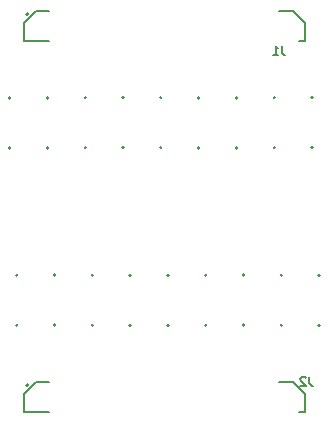
<source format=gbr>
%TF.GenerationSoftware,KiCad,Pcbnew,9.0.6*%
%TF.CreationDate,2025-11-12T11:45:24+01:00*%
%TF.ProjectId,S13552_64Ch_Adapter_BGA2803_V2,53313335-3532-45f3-9634-43685f416461,1*%
%TF.SameCoordinates,Original*%
%TF.FileFunction,Legend,Bot*%
%TF.FilePolarity,Positive*%
%FSLAX46Y46*%
G04 Gerber Fmt 4.6, Leading zero omitted, Abs format (unit mm)*
G04 Created by KiCad (PCBNEW 9.0.6) date 2025-11-12 11:45:24*
%MOMM*%
%LPD*%
G01*
G04 APERTURE LIST*
%ADD10C,0.150000*%
%ADD11C,0.200000*%
G04 APERTURE END LIST*
D10*
X112887106Y-74658369D02*
X112887106Y-75194083D01*
X112887106Y-75194083D02*
X112922821Y-75301226D01*
X112922821Y-75301226D02*
X112994249Y-75372655D01*
X112994249Y-75372655D02*
X113101392Y-75408369D01*
X113101392Y-75408369D02*
X113172821Y-75408369D01*
X112565677Y-74729797D02*
X112529963Y-74694083D01*
X112529963Y-74694083D02*
X112458535Y-74658369D01*
X112458535Y-74658369D02*
X112279963Y-74658369D01*
X112279963Y-74658369D02*
X112208535Y-74694083D01*
X112208535Y-74694083D02*
X112172820Y-74729797D01*
X112172820Y-74729797D02*
X112137106Y-74801226D01*
X112137106Y-74801226D02*
X112137106Y-74872655D01*
X112137106Y-74872655D02*
X112172820Y-74979797D01*
X112172820Y-74979797D02*
X112601392Y-75408369D01*
X112601392Y-75408369D02*
X112137106Y-75408369D01*
X110559999Y-46636271D02*
X110559999Y-47171985D01*
X110559999Y-47171985D02*
X110595714Y-47279128D01*
X110595714Y-47279128D02*
X110667142Y-47350557D01*
X110667142Y-47350557D02*
X110774285Y-47386271D01*
X110774285Y-47386271D02*
X110845714Y-47386271D01*
X109809999Y-47386271D02*
X110238570Y-47386271D01*
X110024285Y-47386271D02*
X110024285Y-46636271D01*
X110024285Y-46636271D02*
X110095713Y-46743414D01*
X110095713Y-46743414D02*
X110167142Y-46814842D01*
X110167142Y-46814842D02*
X110238570Y-46850557D01*
%TO.C,U63*%
X109985000Y-51037107D02*
G75*
G02*
X109835000Y-51037107I-75000J0D01*
G01*
X109835000Y-51037107D02*
G75*
G02*
X109985000Y-51037107I75000J0D01*
G01*
%TO.C,U59*%
X109985000Y-55267107D02*
G75*
G02*
X109835000Y-55267107I-75000J0D01*
G01*
X109835000Y-55267107D02*
G75*
G02*
X109985000Y-55267107I75000J0D01*
G01*
%TO.C,U31*%
X100985000Y-70297107D02*
G75*
G02*
X100835000Y-70297107I-75000J0D01*
G01*
X100835000Y-70297107D02*
G75*
G02*
X100985000Y-70297107I75000J0D01*
G01*
%TO.C,U49*%
X94585000Y-70297107D02*
G75*
G02*
X94435000Y-70297107I-75000J0D01*
G01*
X94435000Y-70297107D02*
G75*
G02*
X94585000Y-70297107I75000J0D01*
G01*
%TO.C,U54*%
X110585000Y-66067107D02*
G75*
G02*
X110435000Y-66067107I-75000J0D01*
G01*
X110435000Y-66067107D02*
G75*
G02*
X110585000Y-66067107I75000J0D01*
G01*
%TO.C,U36*%
X91385000Y-70297107D02*
G75*
G02*
X91235000Y-70297107I-75000J0D01*
G01*
X91235000Y-70297107D02*
G75*
G02*
X91385000Y-70297107I75000J0D01*
G01*
%TO.C,U61*%
X90785000Y-51037107D02*
G75*
G02*
X90635000Y-51037107I-75000J0D01*
G01*
X90635000Y-51037107D02*
G75*
G02*
X90785000Y-51037107I75000J0D01*
G01*
%TO.C,U56*%
X91385000Y-66067107D02*
G75*
G02*
X91235000Y-66067107I-75000J0D01*
G01*
X91235000Y-66067107D02*
G75*
G02*
X91385000Y-66067107I75000J0D01*
G01*
%TO.C,U60*%
X110585000Y-70297107D02*
G75*
G02*
X110435000Y-70297107I-75000J0D01*
G01*
X110435000Y-70297107D02*
G75*
G02*
X110585000Y-70297107I75000J0D01*
G01*
%TO.C,U48*%
X87585000Y-55267107D02*
G75*
G02*
X87435000Y-55267107I-75000J0D01*
G01*
X87435000Y-55267107D02*
G75*
G02*
X87585000Y-55267107I75000J0D01*
G01*
%TO.C,U38*%
X103585000Y-51037107D02*
G75*
G02*
X103435000Y-51037107I-75000J0D01*
G01*
X103435000Y-51037107D02*
G75*
G02*
X103585000Y-51037107I75000J0D01*
G01*
%TO.C,U46*%
X97185000Y-55267107D02*
G75*
G02*
X97035000Y-55267107I-75000J0D01*
G01*
X97035000Y-55267107D02*
G75*
G02*
X97185000Y-55267107I75000J0D01*
G01*
%TO.C,U66*%
X107385000Y-70297107D02*
G75*
G02*
X107235000Y-70297107I-75000J0D01*
G01*
X107235000Y-70297107D02*
G75*
G02*
X107385000Y-70297107I75000J0D01*
G01*
%TO.C,U47*%
X113185000Y-51037107D02*
G75*
G02*
X113035000Y-51037107I-75000J0D01*
G01*
X113035000Y-51037107D02*
G75*
G02*
X113185000Y-51037107I75000J0D01*
G01*
%TO.C,U41*%
X100385000Y-55267107D02*
G75*
G02*
X100235000Y-55267107I-75000J0D01*
G01*
X100235000Y-55267107D02*
G75*
G02*
X100385000Y-55267107I75000J0D01*
G01*
%TO.C,U55*%
X113785000Y-66067107D02*
G75*
G02*
X113635000Y-66067107I-75000J0D01*
G01*
X113635000Y-66067107D02*
G75*
G02*
X113785000Y-66067107I75000J0D01*
G01*
%TO.C,U51*%
X90785000Y-55267107D02*
G75*
G02*
X90635000Y-55267107I-75000J0D01*
G01*
X90635000Y-55267107D02*
G75*
G02*
X90785000Y-55267107I75000J0D01*
G01*
%TO.C,U57*%
X106785000Y-51037107D02*
G75*
G02*
X106635000Y-51037107I-75000J0D01*
G01*
X106635000Y-51037107D02*
G75*
G02*
X106785000Y-51037107I75000J0D01*
G01*
%TO.C,U34*%
X103585000Y-55267107D02*
G75*
G02*
X103435000Y-55267107I-75000J0D01*
G01*
X103435000Y-55267107D02*
G75*
G02*
X103585000Y-55267107I75000J0D01*
G01*
%TO.C,U39*%
X87585000Y-51037107D02*
G75*
G02*
X87435000Y-51037107I-75000J0D01*
G01*
X87435000Y-51037107D02*
G75*
G02*
X87585000Y-51037107I75000J0D01*
G01*
D11*
%TO.C,J2*%
X88725000Y-76117098D02*
X88725000Y-77617098D01*
X88725000Y-77617098D02*
X90877500Y-77617098D01*
X89725000Y-75117098D02*
X88725000Y-76117098D01*
X90877500Y-75117098D02*
X89725000Y-75117098D01*
X111495000Y-75117098D02*
X110342500Y-75117098D01*
X112045000Y-77617098D02*
X112495000Y-77617098D01*
X112495000Y-76117098D02*
X111495000Y-75117098D01*
X112495000Y-77617098D02*
X112495000Y-76117098D01*
X89110000Y-75367098D02*
G75*
G02*
X88910000Y-75367098I-100000J0D01*
G01*
X88910000Y-75367098D02*
G75*
G02*
X89110000Y-75367098I100000J0D01*
G01*
%TO.C,U33*%
D10*
X104185000Y-70297107D02*
G75*
G02*
X104035000Y-70297107I-75000J0D01*
G01*
X104035000Y-70297107D02*
G75*
G02*
X104185000Y-70297107I75000J0D01*
G01*
%TO.C,U52*%
X97785000Y-70297107D02*
G75*
G02*
X97635000Y-70297107I-75000J0D01*
G01*
X97635000Y-70297107D02*
G75*
G02*
X97785000Y-70297107I75000J0D01*
G01*
%TO.C,U50*%
X93985000Y-55267107D02*
G75*
G02*
X93835000Y-55267107I-75000J0D01*
G01*
X93835000Y-55267107D02*
G75*
G02*
X93985000Y-55267107I75000J0D01*
G01*
%TO.C,U45*%
X106785000Y-55267107D02*
G75*
G02*
X106635000Y-55267107I-75000J0D01*
G01*
X106635000Y-55267107D02*
G75*
G02*
X106785000Y-55267107I75000J0D01*
G01*
%TO.C,U65*%
X100985000Y-66067107D02*
G75*
G02*
X100835000Y-66067107I-75000J0D01*
G01*
X100835000Y-66067107D02*
G75*
G02*
X100985000Y-66067107I75000J0D01*
G01*
%TO.C,U40*%
X107385000Y-66067107D02*
G75*
G02*
X107235000Y-66067107I-75000J0D01*
G01*
X107235000Y-66067107D02*
G75*
G02*
X107385000Y-66067107I75000J0D01*
G01*
%TO.C,U62*%
X88185000Y-70297107D02*
G75*
G02*
X88035000Y-70297107I-75000J0D01*
G01*
X88035000Y-70297107D02*
G75*
G02*
X88185000Y-70297107I75000J0D01*
G01*
%TO.C,U53*%
X93985000Y-51037107D02*
G75*
G02*
X93835000Y-51037107I-75000J0D01*
G01*
X93835000Y-51037107D02*
G75*
G02*
X93985000Y-51037107I75000J0D01*
G01*
D11*
%TO.C,J1*%
X88725000Y-44717114D02*
X88725000Y-46217114D01*
X88725000Y-46217114D02*
X90877500Y-46217114D01*
X89725000Y-43717114D02*
X88725000Y-44717114D01*
X90877500Y-43717114D02*
X89725000Y-43717114D01*
X111495000Y-43717114D02*
X110342500Y-43717114D01*
X112045000Y-46217114D02*
X112495000Y-46217114D01*
X112495000Y-44717114D02*
X111495000Y-43717114D01*
X112495000Y-46217114D02*
X112495000Y-44717114D01*
X89110000Y-43967114D02*
G75*
G02*
X88910000Y-43967114I-100000J0D01*
G01*
X88910000Y-43967114D02*
G75*
G02*
X89110000Y-43967114I100000J0D01*
G01*
%TO.C,U64*%
D10*
X113785000Y-70297107D02*
G75*
G02*
X113635000Y-70297107I-75000J0D01*
G01*
X113635000Y-70297107D02*
G75*
G02*
X113785000Y-70297107I75000J0D01*
G01*
%TO.C,U58*%
X100385000Y-51037107D02*
G75*
G02*
X100235000Y-51037107I-75000J0D01*
G01*
X100235000Y-51037107D02*
G75*
G02*
X100385000Y-51037107I75000J0D01*
G01*
%TO.C,U42*%
X113185000Y-55267107D02*
G75*
G02*
X113035000Y-55267107I-75000J0D01*
G01*
X113035000Y-55267107D02*
G75*
G02*
X113185000Y-55267107I75000J0D01*
G01*
%TO.C,U37*%
X97785000Y-66067107D02*
G75*
G02*
X97635000Y-66067107I-75000J0D01*
G01*
X97635000Y-66067107D02*
G75*
G02*
X97785000Y-66067107I75000J0D01*
G01*
%TO.C,U44*%
X97185000Y-51037107D02*
G75*
G02*
X97035000Y-51037107I-75000J0D01*
G01*
X97035000Y-51037107D02*
G75*
G02*
X97185000Y-51037107I75000J0D01*
G01*
%TO.C,U32*%
X88185000Y-66067107D02*
G75*
G02*
X88035000Y-66067107I-75000J0D01*
G01*
X88035000Y-66067107D02*
G75*
G02*
X88185000Y-66067107I75000J0D01*
G01*
%TO.C,U43*%
X94585000Y-66067107D02*
G75*
G02*
X94435000Y-66067107I-75000J0D01*
G01*
X94435000Y-66067107D02*
G75*
G02*
X94585000Y-66067107I75000J0D01*
G01*
%TO.C,U35*%
X104185000Y-66067107D02*
G75*
G02*
X104035000Y-66067107I-75000J0D01*
G01*
X104035000Y-66067107D02*
G75*
G02*
X104185000Y-66067107I75000J0D01*
G01*
%TD*%
M02*

</source>
